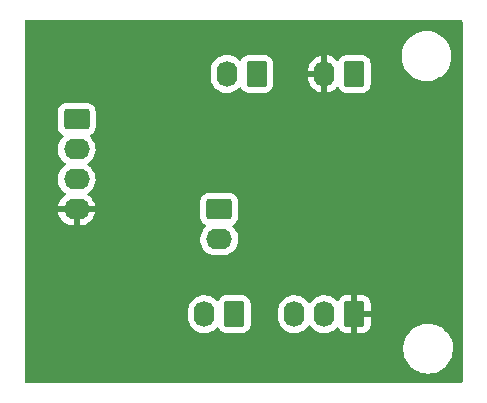
<source format=gbr>
%TF.GenerationSoftware,KiCad,Pcbnew,(6.0.1-0)*%
%TF.CreationDate,2023-07-04T07:10:59-04:00*%
%TF.ProjectId,Active Twin T,41637469-7665-4205-9477-696e20542e6b,rev?*%
%TF.SameCoordinates,Original*%
%TF.FileFunction,Copper,L2,Bot*%
%TF.FilePolarity,Positive*%
%FSLAX46Y46*%
G04 Gerber Fmt 4.6, Leading zero omitted, Abs format (unit mm)*
G04 Created by KiCad (PCBNEW (6.0.1-0)) date 2023-07-04 07:10:59*
%MOMM*%
%LPD*%
G01*
G04 APERTURE LIST*
G04 Aperture macros list*
%AMRoundRect*
0 Rectangle with rounded corners*
0 $1 Rounding radius*
0 $2 $3 $4 $5 $6 $7 $8 $9 X,Y pos of 4 corners*
0 Add a 4 corners polygon primitive as box body*
4,1,4,$2,$3,$4,$5,$6,$7,$8,$9,$2,$3,0*
0 Add four circle primitives for the rounded corners*
1,1,$1+$1,$2,$3*
1,1,$1+$1,$4,$5*
1,1,$1+$1,$6,$7*
1,1,$1+$1,$8,$9*
0 Add four rect primitives between the rounded corners*
20,1,$1+$1,$2,$3,$4,$5,0*
20,1,$1+$1,$4,$5,$6,$7,0*
20,1,$1+$1,$6,$7,$8,$9,0*
20,1,$1+$1,$8,$9,$2,$3,0*%
G04 Aperture macros list end*
%TA.AperFunction,ComponentPad*%
%ADD10RoundRect,0.250000X0.620000X0.845000X-0.620000X0.845000X-0.620000X-0.845000X0.620000X-0.845000X0*%
%TD*%
%TA.AperFunction,ComponentPad*%
%ADD11O,1.740000X2.190000*%
%TD*%
%TA.AperFunction,ComponentPad*%
%ADD12O,2.190000X1.740000*%
%TD*%
%TA.AperFunction,ComponentPad*%
%ADD13RoundRect,0.250000X-0.845000X0.620000X-0.845000X-0.620000X0.845000X-0.620000X0.845000X0.620000X0*%
%TD*%
G04 APERTURE END LIST*
D10*
%TO.P,R6,1*%
%TO.N,Net-(C4-Pad2)*%
X138537000Y-131826000D03*
D11*
%TO.P,R6,2*%
%TO.N,Net-(R5-Pad2)*%
X135997000Y-131826000D03*
%TD*%
%TO.P,RV1,3,3*%
%TO.N,/Out*%
X143617000Y-131826000D03*
%TO.P,RV1,2,2*%
%TO.N,Net-(RV1-Pad2)*%
X146157000Y-131826000D03*
D10*
%TO.P,RV1,1,1*%
%TO.N,GND*%
X148697000Y-131826000D03*
%TD*%
D11*
%TO.P,R3,2*%
%TO.N,/In*%
X137902000Y-111486000D03*
D10*
%TO.P,R3,1*%
%TO.N,Net-(R3-Pad1)*%
X140442000Y-111486000D03*
%TD*%
D12*
%TO.P,R1,2*%
%TO.N,Net-(R1-Pad2)*%
X137267000Y-125476000D03*
D13*
%TO.P,R1,1*%
%TO.N,Net-(C3-Pad2)*%
X137267000Y-122936000D03*
%TD*%
D11*
%TO.P,J2,2,Pin_2*%
%TO.N,GND*%
X146157000Y-111486000D03*
D10*
%TO.P,J2,1,Pin_1*%
%TO.N,/Out*%
X148697000Y-111486000D03*
%TD*%
D12*
%TO.P,J1,4,Pin_4*%
%TO.N,GND*%
X125182000Y-122936000D03*
%TO.P,J1,3,Pin_3*%
%TO.N,/In*%
X125182000Y-120396000D03*
%TO.P,J1,2,Pin_2*%
%TO.N,-15V*%
X125182000Y-117856000D03*
D13*
%TO.P,J1,1,Pin_1*%
%TO.N,+15V*%
X125182000Y-115316000D03*
%TD*%
%TA.AperFunction,Conductor*%
%TO.N,GND*%
G36*
X157803121Y-106954002D02*
G01*
X157849614Y-107007658D01*
X157861000Y-107060000D01*
X157861000Y-137542000D01*
X157840998Y-137610121D01*
X157787342Y-137656614D01*
X157735000Y-137668000D01*
X120903000Y-137668000D01*
X120834879Y-137647998D01*
X120788386Y-137594342D01*
X120777000Y-137542000D01*
X120777000Y-134879703D01*
X152830743Y-134879703D01*
X152868268Y-135164734D01*
X152944129Y-135442036D01*
X153056923Y-135706476D01*
X153204561Y-135953161D01*
X153384313Y-136177528D01*
X153592851Y-136375423D01*
X153826317Y-136543186D01*
X153830112Y-136545195D01*
X153830113Y-136545196D01*
X153851869Y-136556715D01*
X154080392Y-136677712D01*
X154350373Y-136776511D01*
X154631264Y-136837755D01*
X154659841Y-136840004D01*
X154854282Y-136855307D01*
X154854291Y-136855307D01*
X154856739Y-136855500D01*
X155012271Y-136855500D01*
X155014407Y-136855354D01*
X155014418Y-136855354D01*
X155222548Y-136841165D01*
X155222554Y-136841164D01*
X155226825Y-136840873D01*
X155231020Y-136840004D01*
X155231022Y-136840004D01*
X155367584Y-136811723D01*
X155508342Y-136782574D01*
X155779343Y-136686607D01*
X156034812Y-136554750D01*
X156038313Y-136552289D01*
X156038317Y-136552287D01*
X156152418Y-136472095D01*
X156270023Y-136389441D01*
X156480622Y-136193740D01*
X156662713Y-135971268D01*
X156812927Y-135726142D01*
X156928483Y-135462898D01*
X157007244Y-135186406D01*
X157047751Y-134901784D01*
X157047845Y-134883951D01*
X157049235Y-134618583D01*
X157049235Y-134618576D01*
X157049257Y-134614297D01*
X157011732Y-134329266D01*
X156935871Y-134051964D01*
X156823077Y-133787524D01*
X156675439Y-133540839D01*
X156495687Y-133316472D01*
X156319717Y-133149483D01*
X156290258Y-133121527D01*
X156290255Y-133121525D01*
X156287149Y-133118577D01*
X156053683Y-132950814D01*
X156031843Y-132939250D01*
X155983151Y-132913469D01*
X155799608Y-132816288D01*
X155575612Y-132734317D01*
X155533658Y-132718964D01*
X155533656Y-132718963D01*
X155529627Y-132717489D01*
X155248736Y-132656245D01*
X155217685Y-132653801D01*
X155025718Y-132638693D01*
X155025709Y-132638693D01*
X155023261Y-132638500D01*
X154867729Y-132638500D01*
X154865593Y-132638646D01*
X154865582Y-132638646D01*
X154657452Y-132652835D01*
X154657446Y-132652836D01*
X154653175Y-132653127D01*
X154648980Y-132653996D01*
X154648978Y-132653996D01*
X154512417Y-132682276D01*
X154371658Y-132711426D01*
X154100657Y-132807393D01*
X153845188Y-132939250D01*
X153841687Y-132941711D01*
X153841683Y-132941713D01*
X153765640Y-132995157D01*
X153609977Y-133104559D01*
X153566083Y-133145348D01*
X153410201Y-133290203D01*
X153399378Y-133300260D01*
X153217287Y-133522732D01*
X153067073Y-133767858D01*
X152951517Y-134031102D01*
X152872756Y-134307594D01*
X152832249Y-134592216D01*
X152832227Y-134596505D01*
X152832226Y-134596512D01*
X152830765Y-134875417D01*
X152830743Y-134879703D01*
X120777000Y-134879703D01*
X120777000Y-132109738D01*
X134618500Y-132109738D01*
X134633295Y-132284102D01*
X134692067Y-132510540D01*
X134694259Y-132515406D01*
X134694260Y-132515409D01*
X134756166Y-132652835D01*
X134788150Y-132723837D01*
X134791134Y-132728270D01*
X134791135Y-132728271D01*
X134804537Y-132748178D01*
X134918798Y-132917896D01*
X135080276Y-133087168D01*
X135084554Y-133090351D01*
X135119127Y-133116074D01*
X135267965Y-133226813D01*
X135272716Y-133229229D01*
X135272720Y-133229231D01*
X135450884Y-133319814D01*
X135476500Y-133332838D01*
X135699917Y-133402210D01*
X135705204Y-133402911D01*
X135705205Y-133402911D01*
X135926545Y-133432248D01*
X135926549Y-133432248D01*
X135931829Y-133432948D01*
X135937158Y-133432748D01*
X135937160Y-133432748D01*
X136048717Y-133428560D01*
X136165604Y-133424172D01*
X136277813Y-133400628D01*
X136389332Y-133377229D01*
X136389335Y-133377228D01*
X136394559Y-133376132D01*
X136612146Y-133290203D01*
X136721860Y-133223627D01*
X136807583Y-133171609D01*
X136807586Y-133171607D01*
X136812144Y-133168841D01*
X136988834Y-133015517D01*
X137019408Y-132978229D01*
X137078067Y-132938236D01*
X137149038Y-132936305D01*
X137209786Y-132973050D01*
X137224733Y-132995390D01*
X137225450Y-132994946D01*
X137318522Y-133145348D01*
X137443697Y-133270305D01*
X137449927Y-133274145D01*
X137449928Y-133274146D01*
X137587288Y-133358816D01*
X137594262Y-133363115D01*
X137636815Y-133377229D01*
X137755611Y-133416632D01*
X137755613Y-133416632D01*
X137762139Y-133418797D01*
X137768975Y-133419497D01*
X137768978Y-133419498D01*
X137812031Y-133423909D01*
X137866600Y-133429500D01*
X139207400Y-133429500D01*
X139210646Y-133429163D01*
X139210650Y-133429163D01*
X139306308Y-133419238D01*
X139306312Y-133419237D01*
X139313166Y-133418526D01*
X139319702Y-133416345D01*
X139319704Y-133416345D01*
X139451806Y-133372272D01*
X139480946Y-133362550D01*
X139631348Y-133269478D01*
X139756305Y-133144303D01*
X139760338Y-133137760D01*
X139845275Y-132999968D01*
X139845276Y-132999966D01*
X139849115Y-132993738D01*
X139904797Y-132825861D01*
X139907705Y-132797484D01*
X139912756Y-132748178D01*
X139915500Y-132721400D01*
X139915500Y-132109738D01*
X142238500Y-132109738D01*
X142253295Y-132284102D01*
X142312067Y-132510540D01*
X142314259Y-132515406D01*
X142314260Y-132515409D01*
X142376166Y-132652835D01*
X142408150Y-132723837D01*
X142411134Y-132728270D01*
X142411135Y-132728271D01*
X142424537Y-132748178D01*
X142538798Y-132917896D01*
X142700276Y-133087168D01*
X142704554Y-133090351D01*
X142739127Y-133116074D01*
X142887965Y-133226813D01*
X142892716Y-133229229D01*
X142892720Y-133229231D01*
X143070884Y-133319814D01*
X143096500Y-133332838D01*
X143319917Y-133402210D01*
X143325204Y-133402911D01*
X143325205Y-133402911D01*
X143546545Y-133432248D01*
X143546549Y-133432248D01*
X143551829Y-133432948D01*
X143557158Y-133432748D01*
X143557160Y-133432748D01*
X143668717Y-133428560D01*
X143785604Y-133424172D01*
X143897813Y-133400628D01*
X144009332Y-133377229D01*
X144009335Y-133377228D01*
X144014559Y-133376132D01*
X144232146Y-133290203D01*
X144341860Y-133223627D01*
X144427583Y-133171609D01*
X144427586Y-133171607D01*
X144432144Y-133168841D01*
X144608834Y-133015517D01*
X144757165Y-132834614D01*
X144759801Y-132829984D01*
X144759804Y-132829979D01*
X144778301Y-132797484D01*
X144829384Y-132748178D01*
X144899015Y-132734317D01*
X144965085Y-132760301D01*
X144992323Y-132789450D01*
X145012232Y-132819022D01*
X145078798Y-132917896D01*
X145240276Y-133087168D01*
X145244554Y-133090351D01*
X145279127Y-133116074D01*
X145427965Y-133226813D01*
X145432716Y-133229229D01*
X145432720Y-133229231D01*
X145610884Y-133319814D01*
X145636500Y-133332838D01*
X145859917Y-133402210D01*
X145865204Y-133402911D01*
X145865205Y-133402911D01*
X146086545Y-133432248D01*
X146086549Y-133432248D01*
X146091829Y-133432948D01*
X146097158Y-133432748D01*
X146097160Y-133432748D01*
X146208717Y-133428560D01*
X146325604Y-133424172D01*
X146437813Y-133400628D01*
X146549332Y-133377229D01*
X146549335Y-133377228D01*
X146554559Y-133376132D01*
X146772146Y-133290203D01*
X146881860Y-133223627D01*
X146967583Y-133171609D01*
X146967586Y-133171607D01*
X146972144Y-133168841D01*
X147148834Y-133015517D01*
X147172564Y-132986576D01*
X147179761Y-132977799D01*
X147238421Y-132937804D01*
X147309391Y-132935873D01*
X147370139Y-132972617D01*
X147385220Y-132995157D01*
X147385906Y-132994732D01*
X147475063Y-133138807D01*
X147484099Y-133150208D01*
X147598829Y-133264739D01*
X147610240Y-133273751D01*
X147748243Y-133358816D01*
X147761424Y-133364963D01*
X147915710Y-133416138D01*
X147929086Y-133419005D01*
X148023438Y-133428672D01*
X148029854Y-133429000D01*
X148424885Y-133429000D01*
X148440124Y-133424525D01*
X148441329Y-133423135D01*
X148443000Y-133415452D01*
X148443000Y-133410884D01*
X148951000Y-133410884D01*
X148955475Y-133426123D01*
X148956865Y-133427328D01*
X148964548Y-133428999D01*
X149364095Y-133428999D01*
X149370614Y-133428662D01*
X149466206Y-133418743D01*
X149479600Y-133415851D01*
X149633784Y-133364412D01*
X149646962Y-133358239D01*
X149784807Y-133272937D01*
X149796208Y-133263901D01*
X149910739Y-133149171D01*
X149919751Y-133137760D01*
X150004816Y-132999757D01*
X150010963Y-132986576D01*
X150062138Y-132832290D01*
X150065005Y-132818914D01*
X150074672Y-132724562D01*
X150075000Y-132718146D01*
X150075000Y-132098115D01*
X150070525Y-132082876D01*
X150069135Y-132081671D01*
X150061452Y-132080000D01*
X148969115Y-132080000D01*
X148953876Y-132084475D01*
X148952671Y-132085865D01*
X148951000Y-132093548D01*
X148951000Y-133410884D01*
X148443000Y-133410884D01*
X148443000Y-131553885D01*
X148951000Y-131553885D01*
X148955475Y-131569124D01*
X148956865Y-131570329D01*
X148964548Y-131572000D01*
X150056884Y-131572000D01*
X150072123Y-131567525D01*
X150073328Y-131566135D01*
X150074999Y-131558452D01*
X150074999Y-130933905D01*
X150074662Y-130927386D01*
X150064743Y-130831794D01*
X150061851Y-130818400D01*
X150010412Y-130664216D01*
X150004239Y-130651038D01*
X149918937Y-130513193D01*
X149909901Y-130501792D01*
X149795171Y-130387261D01*
X149783760Y-130378249D01*
X149645757Y-130293184D01*
X149632576Y-130287037D01*
X149478290Y-130235862D01*
X149464914Y-130232995D01*
X149370562Y-130223328D01*
X149364145Y-130223000D01*
X148969115Y-130223000D01*
X148953876Y-130227475D01*
X148952671Y-130228865D01*
X148951000Y-130236548D01*
X148951000Y-131553885D01*
X148443000Y-131553885D01*
X148443000Y-130241116D01*
X148438525Y-130225877D01*
X148437135Y-130224672D01*
X148429452Y-130223001D01*
X148029905Y-130223001D01*
X148023386Y-130223338D01*
X147927794Y-130233257D01*
X147914400Y-130236149D01*
X147760216Y-130287588D01*
X147747038Y-130293761D01*
X147609193Y-130379063D01*
X147597792Y-130388099D01*
X147483261Y-130502829D01*
X147474249Y-130514240D01*
X147385342Y-130658475D01*
X147383245Y-130657183D01*
X147344044Y-130701692D01*
X147275764Y-130721144D01*
X147207807Y-130700593D01*
X147185614Y-130682122D01*
X147073724Y-130564832D01*
X146886035Y-130425187D01*
X146881284Y-130422771D01*
X146881280Y-130422769D01*
X146682256Y-130321580D01*
X146682255Y-130321580D01*
X146677500Y-130319162D01*
X146454083Y-130249790D01*
X146448796Y-130249089D01*
X146448795Y-130249089D01*
X146227455Y-130219752D01*
X146227451Y-130219752D01*
X146222171Y-130219052D01*
X146216842Y-130219252D01*
X146216840Y-130219252D01*
X146105284Y-130223440D01*
X145988396Y-130227828D01*
X145904411Y-130245450D01*
X145764668Y-130274771D01*
X145764665Y-130274772D01*
X145759441Y-130275868D01*
X145541854Y-130361797D01*
X145537290Y-130364566D01*
X145537291Y-130364566D01*
X145346417Y-130480391D01*
X145346414Y-130480393D01*
X145341856Y-130483159D01*
X145165166Y-130636483D01*
X145016835Y-130817386D01*
X145014199Y-130822016D01*
X145014196Y-130822021D01*
X144995699Y-130854516D01*
X144944616Y-130903822D01*
X144874985Y-130917683D01*
X144808915Y-130891699D01*
X144781677Y-130862550D01*
X144698182Y-130738531D01*
X144695202Y-130734104D01*
X144664283Y-130701692D01*
X144537403Y-130568689D01*
X144533724Y-130564832D01*
X144346035Y-130425187D01*
X144341284Y-130422771D01*
X144341280Y-130422769D01*
X144142256Y-130321580D01*
X144142255Y-130321580D01*
X144137500Y-130319162D01*
X143914083Y-130249790D01*
X143908796Y-130249089D01*
X143908795Y-130249089D01*
X143687455Y-130219752D01*
X143687451Y-130219752D01*
X143682171Y-130219052D01*
X143676842Y-130219252D01*
X143676840Y-130219252D01*
X143565284Y-130223440D01*
X143448396Y-130227828D01*
X143364411Y-130245450D01*
X143224668Y-130274771D01*
X143224665Y-130274772D01*
X143219441Y-130275868D01*
X143001854Y-130361797D01*
X142997290Y-130364566D01*
X142997291Y-130364566D01*
X142806417Y-130480391D01*
X142806414Y-130480393D01*
X142801856Y-130483159D01*
X142625166Y-130636483D01*
X142476835Y-130817386D01*
X142361104Y-131020695D01*
X142281284Y-131240596D01*
X142239656Y-131470803D01*
X142238500Y-131495316D01*
X142238500Y-132109738D01*
X139915500Y-132109738D01*
X139915500Y-130930600D01*
X139908947Y-130867443D01*
X139905238Y-130831692D01*
X139905237Y-130831688D01*
X139904526Y-130824834D01*
X139900665Y-130813259D01*
X139850868Y-130664002D01*
X139848550Y-130657054D01*
X139755478Y-130506652D01*
X139630303Y-130381695D01*
X139532779Y-130321580D01*
X139485968Y-130292725D01*
X139485966Y-130292724D01*
X139479738Y-130288885D01*
X139359756Y-130249089D01*
X139318389Y-130235368D01*
X139318387Y-130235368D01*
X139311861Y-130233203D01*
X139305025Y-130232503D01*
X139305022Y-130232502D01*
X139257449Y-130227628D01*
X139207400Y-130222500D01*
X137866600Y-130222500D01*
X137863354Y-130222837D01*
X137863350Y-130222837D01*
X137767692Y-130232762D01*
X137767688Y-130232763D01*
X137760834Y-130233474D01*
X137754298Y-130235655D01*
X137754296Y-130235655D01*
X137737928Y-130241116D01*
X137593054Y-130289450D01*
X137442652Y-130382522D01*
X137317695Y-130507697D01*
X137224885Y-130658262D01*
X137222738Y-130656938D01*
X137183688Y-130701290D01*
X137115411Y-130720752D01*
X137047451Y-130700212D01*
X137025239Y-130681728D01*
X136917410Y-130568694D01*
X136917398Y-130568684D01*
X136913724Y-130564832D01*
X136726035Y-130425187D01*
X136721284Y-130422771D01*
X136721280Y-130422769D01*
X136522256Y-130321580D01*
X136522255Y-130321580D01*
X136517500Y-130319162D01*
X136294083Y-130249790D01*
X136288796Y-130249089D01*
X136288795Y-130249089D01*
X136067455Y-130219752D01*
X136067451Y-130219752D01*
X136062171Y-130219052D01*
X136056842Y-130219252D01*
X136056840Y-130219252D01*
X135945284Y-130223440D01*
X135828396Y-130227828D01*
X135744411Y-130245450D01*
X135604668Y-130274771D01*
X135604665Y-130274772D01*
X135599441Y-130275868D01*
X135381854Y-130361797D01*
X135377290Y-130364566D01*
X135377291Y-130364566D01*
X135186417Y-130480391D01*
X135186414Y-130480393D01*
X135181856Y-130483159D01*
X135005166Y-130636483D01*
X134856835Y-130817386D01*
X134741104Y-131020695D01*
X134661284Y-131240596D01*
X134619656Y-131470803D01*
X134618500Y-131495316D01*
X134618500Y-132109738D01*
X120777000Y-132109738D01*
X120777000Y-125410829D01*
X135660052Y-125410829D01*
X135668828Y-125644604D01*
X135716868Y-125873559D01*
X135802797Y-126091146D01*
X135924159Y-126291144D01*
X136077483Y-126467834D01*
X136258386Y-126616165D01*
X136461695Y-126731896D01*
X136681596Y-126811716D01*
X136686845Y-126812665D01*
X136686848Y-126812666D01*
X136768040Y-126827348D01*
X136911803Y-126853344D01*
X136915942Y-126853539D01*
X136915949Y-126853540D01*
X136934828Y-126854430D01*
X136934835Y-126854430D01*
X136936316Y-126854500D01*
X137550738Y-126854500D01*
X137618641Y-126848738D01*
X137719791Y-126840156D01*
X137719795Y-126840155D01*
X137725102Y-126839705D01*
X137730259Y-126838367D01*
X137730262Y-126838366D01*
X137946371Y-126782275D01*
X137946375Y-126782274D01*
X137951540Y-126780933D01*
X137956406Y-126778741D01*
X137956409Y-126778740D01*
X138159964Y-126687045D01*
X138164837Y-126684850D01*
X138358896Y-126554202D01*
X138528168Y-126392724D01*
X138667813Y-126205035D01*
X138723398Y-126095709D01*
X138771420Y-126001256D01*
X138771420Y-126001255D01*
X138773838Y-125996500D01*
X138843210Y-125773083D01*
X138860239Y-125644604D01*
X138873248Y-125546455D01*
X138873248Y-125546451D01*
X138873948Y-125541171D01*
X138865172Y-125307396D01*
X138817132Y-125078441D01*
X138731203Y-124860854D01*
X138609841Y-124660856D01*
X138456517Y-124484166D01*
X138419229Y-124453592D01*
X138379236Y-124394933D01*
X138377305Y-124323962D01*
X138414050Y-124263214D01*
X138436390Y-124248267D01*
X138435946Y-124247550D01*
X138580120Y-124158332D01*
X138586348Y-124154478D01*
X138711305Y-124029303D01*
X138804115Y-123878738D01*
X138845197Y-123754878D01*
X138857632Y-123717389D01*
X138857632Y-123717387D01*
X138859797Y-123710861D01*
X138870500Y-123606400D01*
X138870500Y-122265600D01*
X138859526Y-122159834D01*
X138803550Y-121992054D01*
X138710478Y-121841652D01*
X138585303Y-121716695D01*
X138579072Y-121712854D01*
X138440968Y-121627725D01*
X138440966Y-121627724D01*
X138434738Y-121623885D01*
X138274254Y-121570655D01*
X138273389Y-121570368D01*
X138273387Y-121570368D01*
X138266861Y-121568203D01*
X138260025Y-121567503D01*
X138260022Y-121567502D01*
X138216969Y-121563091D01*
X138162400Y-121557500D01*
X136371600Y-121557500D01*
X136368354Y-121557837D01*
X136368350Y-121557837D01*
X136272692Y-121567762D01*
X136272688Y-121567763D01*
X136265834Y-121568474D01*
X136259298Y-121570655D01*
X136259296Y-121570655D01*
X136206627Y-121588227D01*
X136098054Y-121624450D01*
X135947652Y-121717522D01*
X135822695Y-121842697D01*
X135729885Y-121993262D01*
X135719726Y-122023892D01*
X135685953Y-122125715D01*
X135674203Y-122161139D01*
X135663500Y-122265600D01*
X135663500Y-123606400D01*
X135674474Y-123712166D01*
X135730450Y-123879946D01*
X135823522Y-124030348D01*
X135948697Y-124155305D01*
X135954927Y-124159145D01*
X135954928Y-124159146D01*
X136099262Y-124248115D01*
X136097938Y-124250262D01*
X136142290Y-124289312D01*
X136161752Y-124357589D01*
X136141212Y-124425549D01*
X136122728Y-124447761D01*
X136009694Y-124555590D01*
X136009684Y-124555602D01*
X136005832Y-124559276D01*
X135866187Y-124746965D01*
X135863771Y-124751716D01*
X135863769Y-124751720D01*
X135805756Y-124865823D01*
X135760162Y-124955500D01*
X135690790Y-125178917D01*
X135690089Y-125184204D01*
X135690089Y-125184205D01*
X135673055Y-125312727D01*
X135660052Y-125410829D01*
X120777000Y-125410829D01*
X120777000Y-123204580D01*
X123605317Y-123204580D01*
X123631252Y-123328188D01*
X123634312Y-123338384D01*
X123716284Y-123545952D01*
X123721018Y-123555489D01*
X123836796Y-123746285D01*
X123843062Y-123754878D01*
X123989333Y-123923441D01*
X123996964Y-123930861D01*
X124169542Y-124072368D01*
X124178309Y-124078393D01*
X124372262Y-124188797D01*
X124381926Y-124193262D01*
X124591711Y-124269410D01*
X124601979Y-124272181D01*
X124822766Y-124312106D01*
X124830995Y-124313039D01*
X124849874Y-124313930D01*
X124852849Y-124314000D01*
X124909885Y-124314000D01*
X124925124Y-124309525D01*
X124926329Y-124308135D01*
X124928000Y-124300452D01*
X124928000Y-124295885D01*
X125436000Y-124295885D01*
X125440475Y-124311124D01*
X125441865Y-124312329D01*
X125449548Y-124314000D01*
X125463054Y-124314000D01*
X125468363Y-124313775D01*
X125634707Y-124299661D01*
X125645179Y-124297871D01*
X125861202Y-124241802D01*
X125871242Y-124238266D01*
X126074732Y-124146601D01*
X126084018Y-124141432D01*
X126269155Y-124016790D01*
X126277441Y-124010129D01*
X126438930Y-123856076D01*
X126445979Y-123848108D01*
X126579203Y-123669048D01*
X126584802Y-123660018D01*
X126685953Y-123461069D01*
X126689956Y-123451208D01*
X126756138Y-123238071D01*
X126758420Y-123227691D01*
X126761036Y-123207957D01*
X126758840Y-123193793D01*
X126745655Y-123190000D01*
X125454115Y-123190000D01*
X125438876Y-123194475D01*
X125437671Y-123195865D01*
X125436000Y-123203548D01*
X125436000Y-124295885D01*
X124928000Y-124295885D01*
X124928000Y-123208115D01*
X124923525Y-123192876D01*
X124922135Y-123191671D01*
X124914452Y-123190000D01*
X123620373Y-123190000D01*
X123606842Y-123193973D01*
X123605317Y-123204580D01*
X120777000Y-123204580D01*
X120777000Y-120330829D01*
X123575052Y-120330829D01*
X123583828Y-120564604D01*
X123631868Y-120793559D01*
X123717797Y-121011146D01*
X123839159Y-121211144D01*
X123992483Y-121387834D01*
X124173386Y-121536165D01*
X124178022Y-121538804D01*
X124178025Y-121538806D01*
X124211001Y-121557577D01*
X124260307Y-121608659D01*
X124274169Y-121678289D01*
X124248186Y-121744360D01*
X124219036Y-121771599D01*
X124094845Y-121855210D01*
X124086559Y-121861871D01*
X123925070Y-122015924D01*
X123918021Y-122023892D01*
X123784797Y-122202952D01*
X123779198Y-122211982D01*
X123678047Y-122410931D01*
X123674044Y-122420792D01*
X123607862Y-122633929D01*
X123605580Y-122644309D01*
X123602964Y-122664043D01*
X123605160Y-122678207D01*
X123618345Y-122682000D01*
X126743627Y-122682000D01*
X126757158Y-122678027D01*
X126758683Y-122667420D01*
X126732748Y-122543812D01*
X126729688Y-122533616D01*
X126647716Y-122326048D01*
X126642982Y-122316511D01*
X126527204Y-122125715D01*
X126520938Y-122117122D01*
X126374667Y-121948559D01*
X126367036Y-121941139D01*
X126194458Y-121799632D01*
X126185691Y-121793607D01*
X126153022Y-121775011D01*
X126103715Y-121723929D01*
X126089854Y-121654298D01*
X126115837Y-121588227D01*
X126144987Y-121560989D01*
X126211601Y-121516142D01*
X126273896Y-121474202D01*
X126443168Y-121312724D01*
X126582813Y-121125035D01*
X126638398Y-121015709D01*
X126686420Y-120921256D01*
X126686420Y-120921255D01*
X126688838Y-120916500D01*
X126758210Y-120693083D01*
X126775239Y-120564604D01*
X126788248Y-120466455D01*
X126788248Y-120466451D01*
X126788948Y-120461171D01*
X126780172Y-120227396D01*
X126732132Y-119998441D01*
X126646203Y-119780854D01*
X126524841Y-119580856D01*
X126371517Y-119404166D01*
X126190614Y-119255835D01*
X126185984Y-119253199D01*
X126185979Y-119253196D01*
X126153484Y-119234699D01*
X126104178Y-119183616D01*
X126090317Y-119113985D01*
X126116301Y-119047915D01*
X126145450Y-119020677D01*
X126186885Y-118992781D01*
X126273896Y-118934202D01*
X126443168Y-118772724D01*
X126582813Y-118585035D01*
X126638398Y-118475709D01*
X126686420Y-118381256D01*
X126686420Y-118381255D01*
X126688838Y-118376500D01*
X126758210Y-118153083D01*
X126775239Y-118024604D01*
X126788248Y-117926455D01*
X126788248Y-117926451D01*
X126788948Y-117921171D01*
X126780172Y-117687396D01*
X126732132Y-117458441D01*
X126646203Y-117240854D01*
X126524841Y-117040856D01*
X126371517Y-116864166D01*
X126334229Y-116833592D01*
X126294236Y-116774933D01*
X126292305Y-116703962D01*
X126329050Y-116643214D01*
X126351390Y-116628267D01*
X126350946Y-116627550D01*
X126495120Y-116538332D01*
X126501348Y-116534478D01*
X126626305Y-116409303D01*
X126719115Y-116258738D01*
X126774797Y-116090861D01*
X126785500Y-115986400D01*
X126785500Y-114645600D01*
X126774526Y-114539834D01*
X126718550Y-114372054D01*
X126625478Y-114221652D01*
X126500303Y-114096695D01*
X126494072Y-114092854D01*
X126355968Y-114007725D01*
X126355966Y-114007724D01*
X126349738Y-114003885D01*
X126189254Y-113950655D01*
X126188389Y-113950368D01*
X126188387Y-113950368D01*
X126181861Y-113948203D01*
X126175025Y-113947503D01*
X126175022Y-113947502D01*
X126131969Y-113943091D01*
X126077400Y-113937500D01*
X124286600Y-113937500D01*
X124283354Y-113937837D01*
X124283350Y-113937837D01*
X124187692Y-113947762D01*
X124187688Y-113947763D01*
X124180834Y-113948474D01*
X124174298Y-113950655D01*
X124174296Y-113950655D01*
X124042194Y-113994728D01*
X124013054Y-114004450D01*
X123862652Y-114097522D01*
X123737695Y-114222697D01*
X123644885Y-114373262D01*
X123589203Y-114541139D01*
X123578500Y-114645600D01*
X123578500Y-115986400D01*
X123589474Y-116092166D01*
X123645450Y-116259946D01*
X123738522Y-116410348D01*
X123863697Y-116535305D01*
X123869927Y-116539145D01*
X123869928Y-116539146D01*
X124014262Y-116628115D01*
X124012938Y-116630262D01*
X124057290Y-116669312D01*
X124076752Y-116737589D01*
X124056212Y-116805549D01*
X124037728Y-116827761D01*
X123924694Y-116935590D01*
X123924684Y-116935602D01*
X123920832Y-116939276D01*
X123781187Y-117126965D01*
X123778771Y-117131716D01*
X123778769Y-117131720D01*
X123720756Y-117245823D01*
X123675162Y-117335500D01*
X123605790Y-117558917D01*
X123605089Y-117564204D01*
X123605089Y-117564205D01*
X123588055Y-117692727D01*
X123575052Y-117790829D01*
X123583828Y-118024604D01*
X123631868Y-118253559D01*
X123717797Y-118471146D01*
X123839159Y-118671144D01*
X123992483Y-118847834D01*
X124173386Y-118996165D01*
X124178016Y-118998801D01*
X124178021Y-118998804D01*
X124210516Y-119017301D01*
X124259822Y-119068384D01*
X124273683Y-119138015D01*
X124247699Y-119204085D01*
X124218550Y-119231323D01*
X124186061Y-119253196D01*
X124090104Y-119317798D01*
X123920832Y-119479276D01*
X123781187Y-119666965D01*
X123778771Y-119671716D01*
X123778769Y-119671720D01*
X123720756Y-119785823D01*
X123675162Y-119875500D01*
X123605790Y-120098917D01*
X123605089Y-120104204D01*
X123605089Y-120104205D01*
X123588055Y-120232727D01*
X123575052Y-120330829D01*
X120777000Y-120330829D01*
X120777000Y-111769738D01*
X136523500Y-111769738D01*
X136524989Y-111787287D01*
X136536508Y-111923038D01*
X136538295Y-111944102D01*
X136539633Y-111949259D01*
X136539634Y-111949262D01*
X136595682Y-112165202D01*
X136597067Y-112170540D01*
X136693150Y-112383837D01*
X136823798Y-112577896D01*
X136827477Y-112581753D01*
X136827479Y-112581755D01*
X136843201Y-112598236D01*
X136985276Y-112747168D01*
X137172965Y-112886813D01*
X137177716Y-112889229D01*
X137177720Y-112889231D01*
X137376744Y-112990420D01*
X137381500Y-112992838D01*
X137604917Y-113062210D01*
X137610204Y-113062911D01*
X137610205Y-113062911D01*
X137831545Y-113092248D01*
X137831549Y-113092248D01*
X137836829Y-113092948D01*
X137842158Y-113092748D01*
X137842160Y-113092748D01*
X137953716Y-113088560D01*
X138070604Y-113084172D01*
X138173019Y-113062683D01*
X138294332Y-113037229D01*
X138294335Y-113037228D01*
X138299559Y-113036132D01*
X138517146Y-112950203D01*
X138626860Y-112883627D01*
X138712583Y-112831609D01*
X138712586Y-112831607D01*
X138717144Y-112828841D01*
X138893834Y-112675517D01*
X138924408Y-112638229D01*
X138983067Y-112598236D01*
X139054038Y-112596305D01*
X139114786Y-112633050D01*
X139129733Y-112655390D01*
X139130450Y-112654946D01*
X139223522Y-112805348D01*
X139348697Y-112930305D01*
X139354927Y-112934145D01*
X139354928Y-112934146D01*
X139492090Y-113018694D01*
X139499262Y-113023115D01*
X139541815Y-113037229D01*
X139660611Y-113076632D01*
X139660613Y-113076632D01*
X139667139Y-113078797D01*
X139673975Y-113079497D01*
X139673978Y-113079498D01*
X139717031Y-113083909D01*
X139771600Y-113089500D01*
X141112400Y-113089500D01*
X141115646Y-113089163D01*
X141115650Y-113089163D01*
X141211308Y-113079238D01*
X141211312Y-113079237D01*
X141218166Y-113078526D01*
X141224702Y-113076345D01*
X141224704Y-113076345D01*
X141356806Y-113032272D01*
X141385946Y-113022550D01*
X141536348Y-112929478D01*
X141661305Y-112804303D01*
X141738530Y-112679021D01*
X141750275Y-112659968D01*
X141750276Y-112659966D01*
X141754115Y-112653738D01*
X141809797Y-112485861D01*
X141820500Y-112381400D01*
X141820500Y-111767054D01*
X144779000Y-111767054D01*
X144779225Y-111772363D01*
X144793339Y-111938707D01*
X144795129Y-111949179D01*
X144851198Y-112165202D01*
X144854734Y-112175242D01*
X144946399Y-112378732D01*
X144951568Y-112388018D01*
X145076210Y-112573155D01*
X145082871Y-112581441D01*
X145236924Y-112742930D01*
X145244892Y-112749979D01*
X145423952Y-112883203D01*
X145432982Y-112888802D01*
X145631931Y-112989953D01*
X145641792Y-112993956D01*
X145854929Y-113060138D01*
X145865309Y-113062420D01*
X145885043Y-113065036D01*
X145899207Y-113062840D01*
X145903000Y-113049655D01*
X145903000Y-113047627D01*
X146411000Y-113047627D01*
X146414973Y-113061158D01*
X146425580Y-113062683D01*
X146549188Y-113036748D01*
X146559384Y-113033688D01*
X146766952Y-112951716D01*
X146776489Y-112946982D01*
X146967285Y-112831204D01*
X146975878Y-112824938D01*
X147144441Y-112678667D01*
X147151862Y-112671035D01*
X147179173Y-112637728D01*
X147237833Y-112597734D01*
X147308803Y-112595803D01*
X147369551Y-112632548D01*
X147384804Y-112655346D01*
X147385450Y-112654946D01*
X147478522Y-112805348D01*
X147603697Y-112930305D01*
X147609927Y-112934145D01*
X147609928Y-112934146D01*
X147747090Y-113018694D01*
X147754262Y-113023115D01*
X147796815Y-113037229D01*
X147915611Y-113076632D01*
X147915613Y-113076632D01*
X147922139Y-113078797D01*
X147928975Y-113079497D01*
X147928978Y-113079498D01*
X147972031Y-113083909D01*
X148026600Y-113089500D01*
X149367400Y-113089500D01*
X149370646Y-113089163D01*
X149370650Y-113089163D01*
X149466308Y-113079238D01*
X149466312Y-113079237D01*
X149473166Y-113078526D01*
X149479702Y-113076345D01*
X149479704Y-113076345D01*
X149611806Y-113032272D01*
X149640946Y-113022550D01*
X149791348Y-112929478D01*
X149916305Y-112804303D01*
X149993530Y-112679021D01*
X150005275Y-112659968D01*
X150005276Y-112659966D01*
X150009115Y-112653738D01*
X150064797Y-112485861D01*
X150075500Y-112381400D01*
X150075500Y-110590600D01*
X150064526Y-110484834D01*
X150060665Y-110473259D01*
X150010868Y-110324002D01*
X150008550Y-110317054D01*
X149915478Y-110166652D01*
X149863438Y-110114703D01*
X152703743Y-110114703D01*
X152741268Y-110399734D01*
X152817129Y-110677036D01*
X152929923Y-110941476D01*
X152941693Y-110961142D01*
X153058794Y-111156803D01*
X153077561Y-111188161D01*
X153257313Y-111412528D01*
X153465851Y-111610423D01*
X153699317Y-111778186D01*
X153703112Y-111780195D01*
X153703113Y-111780196D01*
X153724869Y-111791715D01*
X153953392Y-111912712D01*
X154223373Y-112011511D01*
X154504264Y-112072755D01*
X154532841Y-112075004D01*
X154727282Y-112090307D01*
X154727291Y-112090307D01*
X154729739Y-112090500D01*
X154885271Y-112090500D01*
X154887407Y-112090354D01*
X154887418Y-112090354D01*
X155095548Y-112076165D01*
X155095554Y-112076164D01*
X155099825Y-112075873D01*
X155104020Y-112075004D01*
X155104022Y-112075004D01*
X155240584Y-112046723D01*
X155381342Y-112017574D01*
X155652343Y-111921607D01*
X155907812Y-111789750D01*
X155911313Y-111787289D01*
X155911317Y-111787287D01*
X156025417Y-111707096D01*
X156143023Y-111624441D01*
X156353622Y-111428740D01*
X156535713Y-111206268D01*
X156685927Y-110961142D01*
X156801483Y-110697898D01*
X156804954Y-110685715D01*
X156879068Y-110425534D01*
X156880244Y-110421406D01*
X156917089Y-110162517D01*
X156920146Y-110141036D01*
X156920146Y-110141034D01*
X156920751Y-110136784D01*
X156920845Y-110118951D01*
X156922235Y-109853583D01*
X156922235Y-109853576D01*
X156922257Y-109849297D01*
X156884732Y-109564266D01*
X156808871Y-109286964D01*
X156696077Y-109022524D01*
X156548439Y-108775839D01*
X156368687Y-108551472D01*
X156160149Y-108353577D01*
X155926683Y-108185814D01*
X155904843Y-108174250D01*
X155881654Y-108161972D01*
X155672608Y-108051288D01*
X155402627Y-107952489D01*
X155121736Y-107891245D01*
X155090685Y-107888801D01*
X154898718Y-107873693D01*
X154898709Y-107873693D01*
X154896261Y-107873500D01*
X154740729Y-107873500D01*
X154738593Y-107873646D01*
X154738582Y-107873646D01*
X154530452Y-107887835D01*
X154530446Y-107887836D01*
X154526175Y-107888127D01*
X154521980Y-107888996D01*
X154521978Y-107888996D01*
X154385417Y-107917276D01*
X154244658Y-107946426D01*
X153973657Y-108042393D01*
X153718188Y-108174250D01*
X153714687Y-108176711D01*
X153714683Y-108176713D01*
X153704594Y-108183804D01*
X153482977Y-108339559D01*
X153272378Y-108535260D01*
X153090287Y-108757732D01*
X152940073Y-109002858D01*
X152824517Y-109266102D01*
X152745756Y-109542594D01*
X152705249Y-109827216D01*
X152705227Y-109831505D01*
X152705226Y-109831512D01*
X152703765Y-110110417D01*
X152703743Y-110114703D01*
X149863438Y-110114703D01*
X149790303Y-110041695D01*
X149754840Y-110019835D01*
X149645968Y-109952725D01*
X149645966Y-109952724D01*
X149639738Y-109948885D01*
X149559722Y-109922345D01*
X149478389Y-109895368D01*
X149478387Y-109895368D01*
X149471861Y-109893203D01*
X149465025Y-109892503D01*
X149465022Y-109892502D01*
X149417449Y-109887628D01*
X149367400Y-109882500D01*
X148026600Y-109882500D01*
X148023354Y-109882837D01*
X148023350Y-109882837D01*
X147927692Y-109892762D01*
X147927688Y-109892763D01*
X147920834Y-109893474D01*
X147914298Y-109895655D01*
X147914296Y-109895655D01*
X147797052Y-109934771D01*
X147753054Y-109949450D01*
X147602652Y-110042522D01*
X147477695Y-110167697D01*
X147473855Y-110173927D01*
X147473854Y-110173928D01*
X147398310Y-110296483D01*
X147384885Y-110318262D01*
X147382868Y-110317018D01*
X147343463Y-110361775D01*
X147275187Y-110381239D01*
X147207226Y-110360700D01*
X147185011Y-110342215D01*
X147077076Y-110229070D01*
X147069108Y-110222021D01*
X146890048Y-110088797D01*
X146881018Y-110083198D01*
X146682069Y-109982047D01*
X146672208Y-109978044D01*
X146459071Y-109911862D01*
X146448691Y-109909580D01*
X146428957Y-109906964D01*
X146414793Y-109909160D01*
X146411000Y-109922345D01*
X146411000Y-113047627D01*
X145903000Y-113047627D01*
X145903000Y-111758115D01*
X145898525Y-111742876D01*
X145897135Y-111741671D01*
X145889452Y-111740000D01*
X144797115Y-111740000D01*
X144781876Y-111744475D01*
X144780671Y-111745865D01*
X144779000Y-111753548D01*
X144779000Y-111767054D01*
X141820500Y-111767054D01*
X141820500Y-111213885D01*
X144779000Y-111213885D01*
X144783475Y-111229124D01*
X144784865Y-111230329D01*
X144792548Y-111232000D01*
X145884885Y-111232000D01*
X145900124Y-111227525D01*
X145901329Y-111226135D01*
X145903000Y-111218452D01*
X145903000Y-109924373D01*
X145899027Y-109910842D01*
X145888420Y-109909317D01*
X145764812Y-109935252D01*
X145754616Y-109938312D01*
X145547048Y-110020284D01*
X145537511Y-110025018D01*
X145346715Y-110140796D01*
X145338122Y-110147062D01*
X145169559Y-110293333D01*
X145162139Y-110300964D01*
X145020632Y-110473542D01*
X145014607Y-110482309D01*
X144904203Y-110676262D01*
X144899738Y-110685926D01*
X144823590Y-110895711D01*
X144820819Y-110905979D01*
X144780894Y-111126766D01*
X144779961Y-111134995D01*
X144779070Y-111153874D01*
X144779000Y-111156849D01*
X144779000Y-111213885D01*
X141820500Y-111213885D01*
X141820500Y-110590600D01*
X141809526Y-110484834D01*
X141805665Y-110473259D01*
X141755868Y-110324002D01*
X141753550Y-110317054D01*
X141660478Y-110166652D01*
X141535303Y-110041695D01*
X141499840Y-110019835D01*
X141390968Y-109952725D01*
X141390966Y-109952724D01*
X141384738Y-109948885D01*
X141304722Y-109922345D01*
X141223389Y-109895368D01*
X141223387Y-109895368D01*
X141216861Y-109893203D01*
X141210025Y-109892503D01*
X141210022Y-109892502D01*
X141162449Y-109887628D01*
X141112400Y-109882500D01*
X139771600Y-109882500D01*
X139768354Y-109882837D01*
X139768350Y-109882837D01*
X139672692Y-109892762D01*
X139672688Y-109892763D01*
X139665834Y-109893474D01*
X139659298Y-109895655D01*
X139659296Y-109895655D01*
X139542052Y-109934771D01*
X139498054Y-109949450D01*
X139347652Y-110042522D01*
X139222695Y-110167697D01*
X139218855Y-110173927D01*
X139218854Y-110173928D01*
X139143310Y-110296483D01*
X139129885Y-110318262D01*
X139127738Y-110316938D01*
X139088688Y-110361290D01*
X139020411Y-110380752D01*
X138952451Y-110360212D01*
X138930239Y-110341728D01*
X138822410Y-110228694D01*
X138822398Y-110228684D01*
X138818724Y-110224832D01*
X138631035Y-110085187D01*
X138626284Y-110082771D01*
X138626280Y-110082769D01*
X138427256Y-109981580D01*
X138427255Y-109981580D01*
X138422500Y-109979162D01*
X138199083Y-109909790D01*
X138193796Y-109909089D01*
X138193795Y-109909089D01*
X137972455Y-109879752D01*
X137972451Y-109879752D01*
X137967171Y-109879052D01*
X137961842Y-109879252D01*
X137961840Y-109879252D01*
X137866346Y-109882837D01*
X137733396Y-109887828D01*
X137649411Y-109905450D01*
X137509668Y-109934771D01*
X137509665Y-109934772D01*
X137504441Y-109935868D01*
X137286854Y-110021797D01*
X137282290Y-110024566D01*
X137282291Y-110024566D01*
X137091417Y-110140391D01*
X137091414Y-110140393D01*
X137086856Y-110143159D01*
X136910166Y-110296483D01*
X136761835Y-110477386D01*
X136646104Y-110680695D01*
X136566284Y-110900596D01*
X136565335Y-110905845D01*
X136565334Y-110905848D01*
X136554674Y-110964799D01*
X136524656Y-111130803D01*
X136523500Y-111155316D01*
X136523500Y-111769738D01*
X120777000Y-111769738D01*
X120777000Y-107060000D01*
X120797002Y-106991879D01*
X120850658Y-106945386D01*
X120903000Y-106934000D01*
X157735000Y-106934000D01*
X157803121Y-106954002D01*
G37*
%TD.AperFunction*%
%TD*%
M02*

</source>
